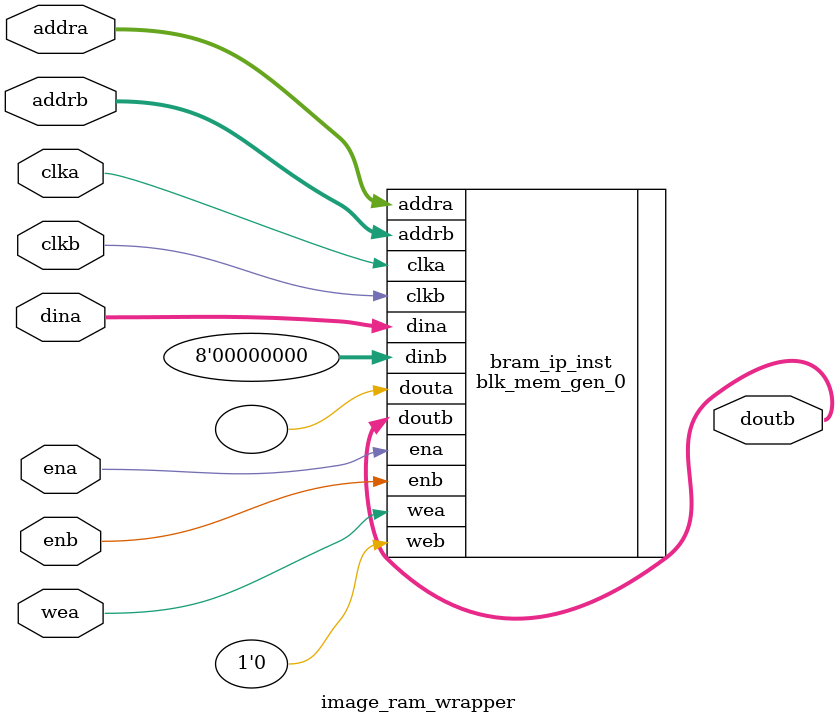
<source format=v>
`timescale 1ns / 1ps


module image_ram_wrapper #(
    parameter DATA_WIDTH = 8,
    parameter ADDR_WIDTH = 11,
    // 不同模式下的特定特徵圖尺寸
    parameter FEATURE_MAP1_SIZE   = 32,
    parameter FEATURE_MAP2_SIZE   = 28,
    parameter FEATURE_MAP3_SIZE   = 14,
    parameter FEATURE_MAP4_SIZE   = 10,
    parameter FEATURE_MAP5_SIZE   = 5,
    parameter WAVEFRONT_DELAY = 4
)(
    // Port A (Read/Write Port)
    input wire                           clka,
    input wire                           ena,
    input wire                           wea, // wea[0:0] 實際上是 1-bit
    input wire      [ADDR_WIDTH-1:0]     addra,
    input wire      [DATA_WIDTH-1:0]     dina,

    // Port B (Read-Only Port)
    input wire                           clkb,
    input wire                           enb,
    input wire      [ADDR_WIDTH-1:0]     addrb,
    output wire     [DATA_WIDTH-1:0]     doutb
);

    // 在這裡例化 (instantiate) 您在 Vivado 中產生的 BRAM IP 核
    // *** 請將 "blk_mem_gen_0" 替換成您自己的 IP 實例名稱 ***
    blk_mem_gen_0 bram_ip_inst (
        .clka(clka),
        .ena(ena),
        .wea(wea), 
        .addra(addra),
        .dina(dina),
        .douta(), 
        
        .clkb(clkb),
        .enb(enb),
        .addrb(addrb),
        .doutb(doutb),
        .dinb(8'b0), 
        .web(1'b0) 
    );

endmodule

</source>
